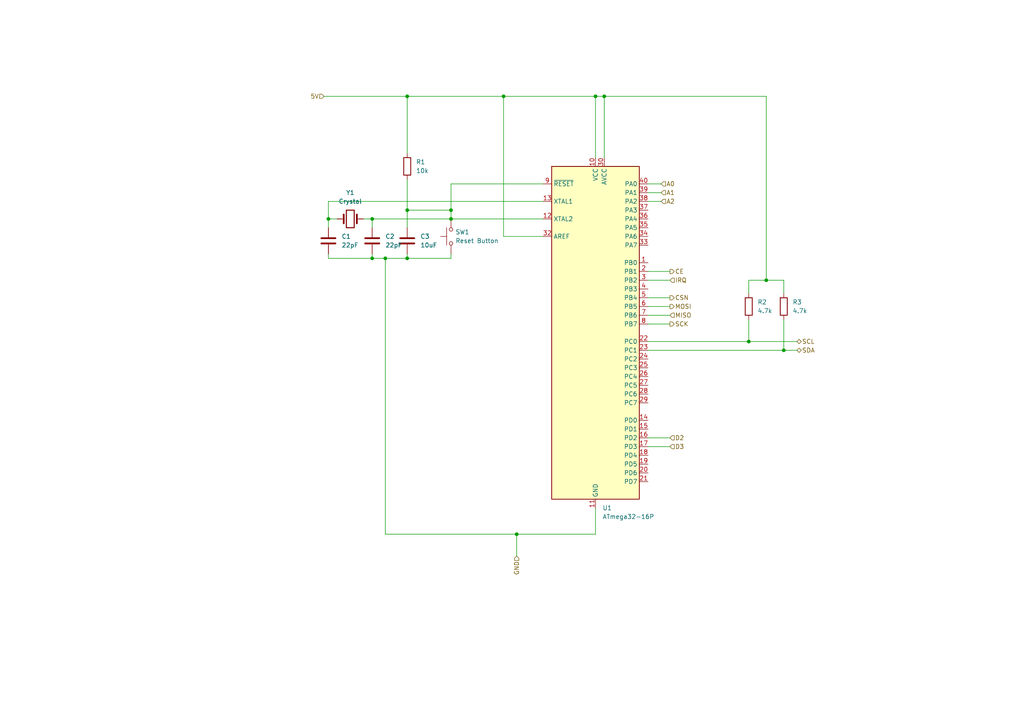
<source format=kicad_sch>
(kicad_sch (version 20211123) (generator eeschema)
  (paper "A4")
  (lib_symbols
    (symbol "Device:C" (pin_numbers hide) (pin_names (offset 0.254))
      (property "Reference" "C" (at 0.635 2.54 0))
      (property "Value" "C" (at 0.635 -2.54 0))
      (symbol "C_0_1"
        (polyline (pts (xy -2.032 -0.762) (xy 2.032 -0.762)) (stroke (width 0.508)))
        (polyline (pts (xy -2.032 0.762) (xy 2.032 0.762)) (stroke (width 0.508)))
      )
      (symbol "C_1_1"
        (pin passive line (at 0 3.81 270) (length 2.794) (name "~") (number "1"))
        (pin passive line (at 0 -3.81 90) (length 2.794) (name "~") (number "2"))
      )
    )
    (symbol "Device:Crystal" (pin_numbers hide) (pin_names (offset 1.016) hide)
      (property "Reference" "Y" (at 0 3.81 0))
      (property "Value" "Crystal" (at 0 -3.81 0))
      (symbol "Crystal_0_1"
        (rectangle (start -1.143 2.54) (end 1.143 -2.54) (stroke (width 0.3048)))
        (polyline (pts (xy -2.54 0) (xy -1.905 0)))
        (polyline (pts (xy -1.905 -1.27) (xy -1.905 1.27)) (stroke (width 0.508)))
        (polyline (pts (xy 1.905 -1.27) (xy 1.905 1.27)) (stroke (width 0.508)))
        (polyline (pts (xy 2.54 0) (xy 1.905 0)))
      )
      (symbol "Crystal_1_1"
        (pin passive line (at -3.81 0 0) (length 1.27) (name "1") (number "1"))
        (pin passive line (at 3.81 0 180) (length 1.27) (name "2") (number "2"))
      )
    )
    (symbol "Device:R" (pin_numbers hide) (pin_names (offset 0))
      (property "Reference" "R" (at 2.032 0 90))
      (property "Value" "R" (at 0 0 90))
      (symbol "R_0_1"
        (rectangle (start -1.016 -2.54) (end 1.016 2.54) (stroke (width 0.254)))
      )
      (symbol "R_1_1"
        (pin passive line (at 0 3.81 270) (length 1.27) (name "~") (number "1"))
        (pin passive line (at 0 -3.81 90) (length 1.27) (name "~") (number "2"))
      )
    )
    (symbol "MCU_Microchip_ATmega:ATmega32-16P"
      (property "Reference" "U" (at -12.7 49.53 0))
      (property "Value" "ATmega32-16P" (at 2.54 -49.53 0))
      (symbol "ATmega32-16P_0_1"
        (rectangle (start -12.7 -48.26) (end 12.7 48.26) (stroke (width 0.254)) (fill (type background)))
      )
      (symbol "ATmega32-16P_1_1"
        (pin bidirectional line (at 15.24 20.32 180) (length 2.54) (name "PB0") (number "1"))
        (pin power_in line (at 0 50.8 270) (length 2.54) (name "VCC") (number "10"))
        (pin power_in line (at 0 -50.8 90) (length 2.54) (name "GND") (number "11"))
        (pin output line (at -15.24 33.02 0) (length 2.54) (name "XTAL2") (number "12"))
        (pin input line (at -15.24 38.1 0) (length 2.54) (name "XTAL1") (number "13"))
        (pin bidirectional line (at 15.24 -25.4 180) (length 2.54) (name "PD0") (number "14"))
        (pin bidirectional line (at 15.24 -27.94 180) (length 2.54) (name "PD1") (number "15"))
        (pin bidirectional line (at 15.24 -30.48 180) (length 2.54) (name "PD2") (number "16"))
        (pin bidirectional line (at 15.24 -33.02 180) (length 2.54) (name "PD3") (number "17"))
        (pin bidirectional line (at 15.24 -35.56 180) (length 2.54) (name "PD4") (number "18"))
        (pin bidirectional line (at 15.24 -38.1 180) (length 2.54) (name "PD5") (number "19"))
        (pin bidirectional line (at 15.24 17.78 180) (length 2.54) (name "PB1") (number "2"))
        (pin bidirectional line (at 15.24 -40.64 180) (length 2.54) (name "PD6") (number "20"))
        (pin bidirectional line (at 15.24 -43.18 180) (length 2.54) (name "PD7") (number "21"))
        (pin bidirectional line (at 15.24 -2.54 180) (length 2.54) (name "PC0") (number "22"))
        (pin bidirectional line (at 15.24 -5.08 180) (length 2.54) (name "PC1") (number "23"))
        (pin bidirectional line (at 15.24 -7.62 180) (length 2.54) (name "PC2") (number "24"))
        (pin bidirectional line (at 15.24 -10.16 180) (length 2.54) (name "PC3") (number "25"))
        (pin bidirectional line (at 15.24 -12.7 180) (length 2.54) (name "PC4") (number "26"))
        (pin bidirectional line (at 15.24 -15.24 180) (length 2.54) (name "PC5") (number "27"))
        (pin bidirectional line (at 15.24 -17.78 180) (length 2.54) (name "PC6") (number "28"))
        (pin bidirectional line (at 15.24 -20.32 180) (length 2.54) (name "PC7") (number "29"))
        (pin bidirectional line (at 15.24 15.24 180) (length 2.54) (name "PB2") (number "3"))
        (pin power_in line (at 2.54 50.8 270) (length 2.54) (name "AVCC") (number "30"))
        (pin passive line (at 0 -50.8 90) (length 2.54) hide (name "GND") (number "31"))
        (pin passive line (at -15.24 27.94 0) (length 2.54) (name "AREF") (number "32"))
        (pin bidirectional line (at 15.24 25.4 180) (length 2.54) (name "PA7") (number "33"))
        (pin bidirectional line (at 15.24 27.94 180) (length 2.54) (name "PA6") (number "34"))
        (pin bidirectional line (at 15.24 30.48 180) (length 2.54) (name "PA5") (number "35"))
        (pin bidirectional line (at 15.24 33.02 180) (length 2.54) (name "PA4") (number "36"))
        (pin bidirectional line (at 15.24 35.56 180) (length 2.54) (name "PA3") (number "37"))
        (pin bidirectional line (at 15.24 38.1 180) (length 2.54) (name "PA2") (number "38"))
        (pin bidirectional line (at 15.24 40.64 180) (length 2.54) (name "PA1") (number "39"))
        (pin bidirectional line (at 15.24 12.7 180) (length 2.54) (name "PB3") (number "4"))
        (pin bidirectional line (at 15.24 43.18 180) (length 2.54) (name "PA0") (number "40"))
        (pin bidirectional line (at 15.24 10.16 180) (length 2.54) (name "PB4") (number "5"))
        (pin bidirectional line (at 15.24 7.62 180) (length 2.54) (name "PB5") (number "6"))
        (pin bidirectional line (at 15.24 5.08 180) (length 2.54) (name "PB6") (number "7"))
        (pin bidirectional line (at 15.24 2.54 180) (length 2.54) (name "PB7") (number "8"))
        (pin input line (at -15.24 43.18 0) (length 2.54) (name "~{RESET}") (number "9"))
      )
    )
    (symbol "Switch:SW_MEC_5G" (pin_numbers hide) (pin_names (offset 1.016) hide)
      (property "Reference" "SW" (at 1.27 2.54 0))
      (property "Value" "SW_MEC_5G" (at 0 -1.524 0))
      (symbol "SW_MEC_5G_0_1"
        (circle (center -2.032 0) (radius 0.508))
        (polyline (pts (xy 0 1.27) (xy 0 3.048)))
        (polyline (pts (xy 2.54 1.27) (xy -2.54 1.27)))
        (circle (center 2.032 0) (radius 0.508))
        (pin passive line (at -5.08 0 0) (length 2.54) (name "A") (number "1"))
        (pin passive line (at 5.08 0 180) (length 2.54) (name "B") (number "3"))
      )
      (symbol "SW_MEC_5G_1_1"
        (pin passive line (at -5.08 0 0) (length 2.54) hide (name "A") (number "2"))
        (pin passive line (at 5.08 0 180) (length 2.54) hide (name "B") (number "4"))
      )
    )
  )
  (junction (at 107.95 74.93))
  (junction (at 175.26 27.94))
  (junction (at 149.86 154.94))
  (junction (at 227.33 101.6))
  (junction (at 130.81 63.5))
  (junction (at 107.95 63.5))
  (junction (at 118.11 27.94))
  (junction (at 217.17 99.06))
  (junction (at 146.05 27.94))
  (junction (at 130.81 60.96))
  (junction (at 172.72 27.94))
  (junction (at 118.11 60.96))
  (junction (at 95.25 63.5))
  (junction (at 118.11 74.93))
  (junction (at 222.25 81.28))
  (junction (at 111.76 74.93))
  (wire (pts (xy 118.11 27.94) (xy 146.05 27.94)))
  (wire (pts (xy 222.25 81.28) (xy 227.33 81.28)))
  (wire (pts (xy 187.96 99.06) (xy 217.17 99.06)))
  (wire (pts (xy 95.25 63.5) (xy 97.79 63.5)))
  (wire (pts (xy 146.05 68.58) (xy 146.05 27.94)))
  (wire (pts (xy 217.17 81.28) (xy 217.17 85.09)))
  (wire (pts (xy 107.95 74.93) (xy 111.76 74.93)))
  (wire (pts (xy 175.26 27.94) (xy 175.26 45.72)))
  (wire (pts (xy 227.33 81.28) (xy 227.33 85.09)))
  (wire (pts (xy 187.96 88.9) (xy 194.31 88.9)))
  (wire (pts (xy 93.98 27.94) (xy 118.11 27.94)))
  (wire (pts (xy 118.11 74.93) (xy 130.81 74.93)))
  (wire (pts (xy 130.81 74.93) (xy 130.81 73.66)))
  (wire (pts (xy 111.76 74.93) (xy 111.76 154.94)))
  (wire (pts (xy 187.96 81.28) (xy 194.31 81.28)))
  (wire (pts (xy 187.96 91.44) (xy 194.31 91.44)))
  (wire (pts (xy 118.11 27.94) (xy 118.11 44.45)))
  (wire (pts (xy 172.72 27.94) (xy 172.72 45.72)))
  (wire (pts (xy 187.96 101.6) (xy 227.33 101.6)))
  (wire (pts (xy 107.95 63.5) (xy 107.95 66.04)))
  (wire (pts (xy 130.81 53.34) (xy 130.81 60.96)))
  (wire (pts (xy 130.81 63.5) (xy 130.81 60.96)))
  (wire (pts (xy 187.96 78.74) (xy 194.31 78.74)))
  (wire (pts (xy 118.11 73.66) (xy 118.11 74.93)))
  (wire (pts (xy 107.95 63.5) (xy 130.81 63.5)))
  (wire (pts (xy 187.96 129.54) (xy 194.31 129.54)))
  (wire (pts (xy 222.25 27.94) (xy 222.25 81.28)))
  (wire (pts (xy 118.11 52.07) (xy 118.11 60.96)))
  (wire (pts (xy 95.25 58.42) (xy 157.48 58.42)))
  (wire (pts (xy 157.48 53.34) (xy 130.81 53.34)))
  (wire (pts (xy 222.25 81.28) (xy 217.17 81.28)))
  (wire (pts (xy 157.48 68.58) (xy 146.05 68.58)))
  (wire (pts (xy 187.96 93.98) (xy 194.31 93.98)))
  (wire (pts (xy 187.96 58.42) (xy 191.77 58.42)))
  (wire (pts (xy 187.96 53.34) (xy 191.77 53.34)))
  (wire (pts (xy 187.96 127) (xy 194.31 127)))
  (wire (pts (xy 172.72 27.94) (xy 175.26 27.94)))
  (wire (pts (xy 149.86 154.94) (xy 172.72 154.94)))
  (wire (pts (xy 172.72 154.94) (xy 172.72 147.32)))
  (wire (pts (xy 227.33 101.6) (xy 231.14 101.6)))
  (wire (pts (xy 217.17 92.71) (xy 217.17 99.06)))
  (wire (pts (xy 146.05 27.94) (xy 172.72 27.94)))
  (wire (pts (xy 149.86 154.94) (xy 149.86 161.29)))
  (wire (pts (xy 118.11 60.96) (xy 130.81 60.96)))
  (wire (pts (xy 227.33 92.71) (xy 227.33 101.6)))
  (wire (pts (xy 187.96 86.36) (xy 194.31 86.36)))
  (wire (pts (xy 95.25 58.42) (xy 95.25 63.5)))
  (wire (pts (xy 95.25 66.04) (xy 95.25 63.5)))
  (wire (pts (xy 175.26 27.94) (xy 222.25 27.94)))
  (wire (pts (xy 95.25 74.93) (xy 95.25 73.66)))
  (wire (pts (xy 118.11 60.96) (xy 118.11 66.04)))
  (wire (pts (xy 105.41 63.5) (xy 107.95 63.5)))
  (wire (pts (xy 111.76 74.93) (xy 118.11 74.93)))
  (wire (pts (xy 217.17 99.06) (xy 231.14 99.06)))
  (wire (pts (xy 107.95 73.66) (xy 107.95 74.93)))
  (wire (pts (xy 187.96 55.88) (xy 191.77 55.88)))
  (wire (pts (xy 95.25 74.93) (xy 107.95 74.93)))
  (wire (pts (xy 111.76 154.94) (xy 149.86 154.94)))
  (wire (pts (xy 130.81 63.5) (xy 157.48 63.5)))
  (hierarchical_label "A1" (shape input) (at 191.77 55.88 0))
  (hierarchical_label "A2" (shape input) (at 191.77 58.42 0))
  (hierarchical_label "CSN" (shape output) (at 194.31 86.36 0))
  (hierarchical_label "CE" (shape output) (at 194.31 78.74 0))
  (hierarchical_label "D2" (shape input) (at 194.31 127 0))
  (hierarchical_label "SDA" (shape bidirectional) (at 231.14 101.6 0))
  (hierarchical_label "GND" (shape input) (at 149.86 161.29 270))
  (hierarchical_label "MOSI" (shape output) (at 194.31 88.9 0))
  (hierarchical_label "A0" (shape input) (at 191.77 53.34 0))
  (hierarchical_label "5V" (shape input) (at 93.98 27.94 180))
  (hierarchical_label "D3" (shape input) (at 194.31 129.54 0))
  (hierarchical_label "SCL" (shape bidirectional) (at 231.14 99.06 0))
  (hierarchical_label "SCK" (shape output) (at 194.31 93.98 0))
  (hierarchical_label "MISO" (shape input) (at 194.31 91.44 0))
  (hierarchical_label "IRQ" (shape input) (at 194.31 81.28 0))
  (symbol (lib_id "Device:C") (at 107.95 69.85 0) (unit 1)
    (property "Reference" "C2" (at 111.76 68.5799 0) (effects (justify left)))
    (property "Value" "22pF" (at 111.76 71.1199 0) (effects (justify left)))
    (property "Footprint" "Capacitor_THT:C_Disc_D4.3mm_W1.9mm_P5.00mm" (effects hide))
  )
  (symbol (lib_id "Device:C") (at 95.25 69.85 0) (unit 1)
    (property "Reference" "C1" (at 99.06 68.5799 0) (effects (justify left)))
    (property "Value" "22pF" (at 99.06 71.1199 0) (effects (justify left)))
    (property "Footprint" "Capacitor_THT:C_Disc_D4.3mm_W1.9mm_P5.00mm" (effects hide))
  )
  (symbol (lib_id "MCU_Microchip_ATmega:ATmega32-16P") (at 172.72 96.52 0) (unit 1)
    (property "Reference" "U1" (at 174.7394 147.32 0) (effects (justify left)))
    (property "Value" "ATmega32-16P" (at 174.7394 149.86 0) (effects (justify left)))
    (property "Footprint" "Package_DIP:DIP-40_W15.24mm" (effects hide))
    (property "Datasheet" "http://ww1.microchip.com/downloads/en/DeviceDoc/doc2503.pdf" (effects hide))
  )
  (symbol (lib_id "Device:R") (at 118.11 48.26 0) (unit 1)
    (property "Reference" "R1" (at 120.65 46.9899 0) (effects (justify left)))
    (property "Value" "10k" (at 120.65 49.5299 0) (effects (justify left)))
    (property "Footprint" "Resistor_THT:R_Axial_DIN0617_L17.0mm_D6.0mm_P25.40mm_Horizontal" (effects hide))
  )
  (symbol (lib_id "Device:R") (at 217.17 88.9 0) (unit 1)
    (property "Reference" "R2" (at 219.71 87.6299 0) (effects (justify left)))
    (property "Value" "4.7k" (at 219.71 90.1699 0) (effects (justify left)))
    (property "Footprint" "Resistor_THT:R_Axial_DIN0617_L17.0mm_D6.0mm_P25.40mm_Horizontal" (effects hide))
  )
  (symbol (lib_id "Device:R") (at 227.33 88.9 0) (unit 1)
    (property "Reference" "R3" (at 229.87 87.6299 0) (effects (justify left)))
    (property "Value" "4.7k" (at 229.87 90.1699 0) (effects (justify left)))
    (property "Footprint" "Resistor_THT:R_Axial_DIN0617_L17.0mm_D6.0mm_P25.40mm_Horizontal" (effects hide))
  )
  (symbol (lib_id "Device:Crystal") (at 101.6 63.5 0) (unit 1)
    (property "Reference" "Y1" (at 101.6 55.88 0))
    (property "Value" "Crystal" (at 101.6 58.42 0))
    (property "Footprint" "Crystal:Crystal_HC18-U_Vertical" (effects hide))
  )
  (symbol (lib_id "Switch:SW_MEC_5G") (at 130.81 68.58 90) (unit 1)
    (property "Reference" "SW1" (at 132.08 67.3099 90) (effects (justify right)))
    (property "Value" "Reset Button" (at 132.08 69.8499 90) (effects (justify right)))
    (property "Footprint" "Button_Switch_SMD:SW_MEC_5GSH9" (effects hide))
    (property "Datasheet" "http://www.apem.com/int/index.php?controller=attachment&id_attachment=488" (effects hide))
  )
  (symbol (lib_id "Device:C") (at 118.11 69.85 0) (unit 1)
    (property "Reference" "C3" (at 121.92 68.5799 0) (effects (justify left)))
    (property "Value" "10uF" (at 121.92 71.1199 0) (effects (justify left)))
    (property "Footprint" "Capacitor_THT:C_Disc_D4.3mm_W1.9mm_P5.00mm" (effects hide))
  )
)
</source>
